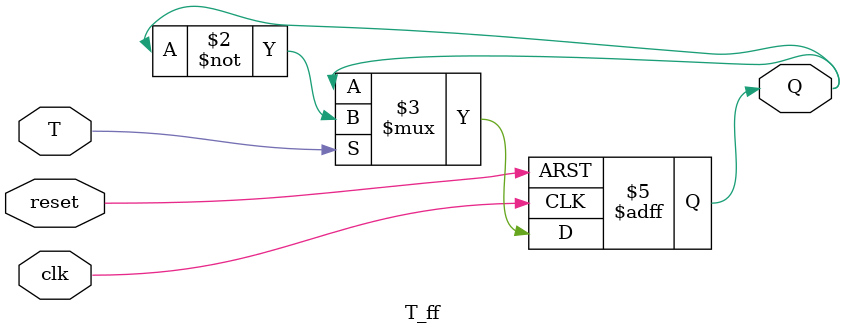
<source format=v>
module async_up_counter (
    input clk,
    input reset,
    output [3:0] Q
);
    T_ff FF0 (.clk(clk), .reset(reset), .T(1'b1), .Q(Q[0]));
    T_ff FF1 (.clk(Q[0]), .reset(reset), .T(1'b1), .Q(Q[1]));
    T_ff FF2 (.clk(Q[1]), .reset(reset), .T(1'b1), .Q(Q[2]));
    T_ff FF3 (.clk(Q[2]), .reset(reset), .T(1'b1), .Q(Q[3]));
endmodule

module T_ff (
    input clk,
    input reset,
    input T,
    output reg Q
);
    always @(negedge clk or posedge reset) begin
        if (reset)
            Q <= 1'b0;
        else if (T)
            Q <= ~Q;
    end
endmodule


</source>
